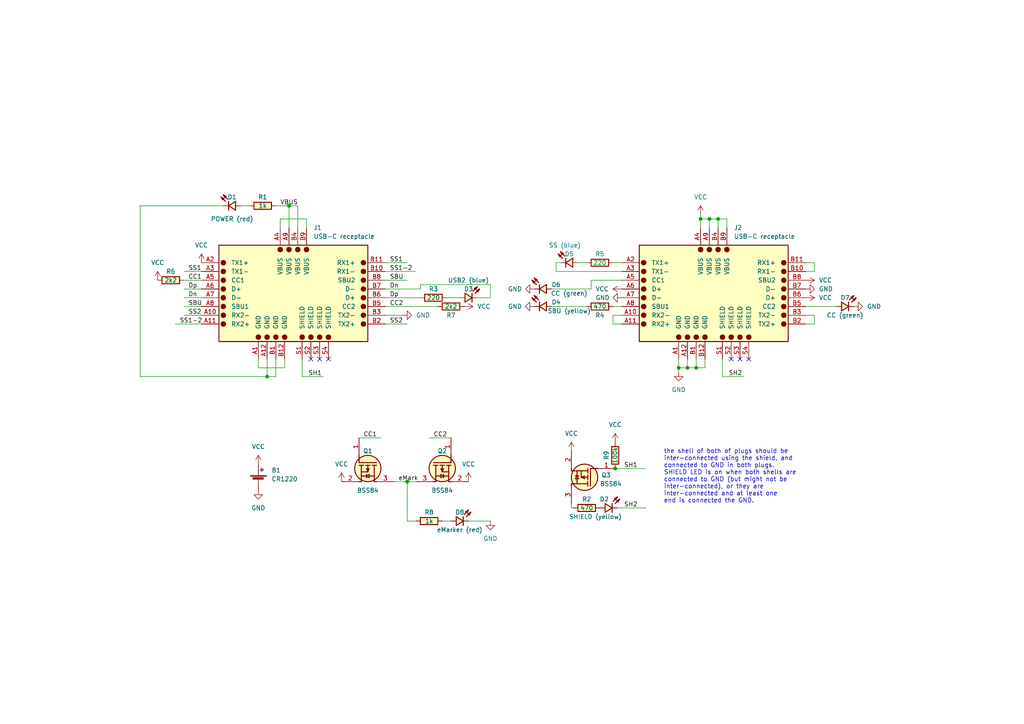
<source format=kicad_sch>
(kicad_sch (version 20211123) (generator eeschema)
  (paper "A4")
  (title_block (title "USB-C cable tester") (date "$date$") (rev "$version$.$revision$") (company "CuVoodoo") (comment 1 "King Kévin") (comment 2 "CERN-OHL-S"))
  (lib_symbols
    (symbol "Device:Battery_Cell" (pin_numbers hide) (pin_names (offset 0) hide)
      (property "Reference" "BT" (at 2.54 2.54 0))
      (property "Value" "Battery_Cell" (at 2.54 0 0))
      (symbol "Battery_Cell_0_1"
        (rectangle (start -2.286 1.778) (end 2.286 1.524) (fill (type outline)))
        (rectangle (start -1.5748 1.1938) (end 1.4732 0.6858) (fill (type outline)))
        (polyline (pts (xy 0 0.762) (xy 0 0)))
        (polyline (pts (xy 0 1.778) (xy 0 2.54)))
        (polyline (pts (xy 0.508 3.429) (xy 1.524 3.429)) (stroke (width 0.254)))
        (polyline (pts (xy 1.016 3.937) (xy 1.016 2.921)) (stroke (width 0.254)))
      )
      (symbol "Battery_Cell_1_1"
        (pin passive line (at 0 5.08 270) (length 2.54) (name "+") (number "1"))
        (pin passive line (at 0 -2.54 90) (length 2.54) (name "-") (number "2"))
      )
    )
    (symbol "mylib:BSS84" (pin_names (offset 1.016) hide)
      (property "Reference" "VT" (at 1.778 4.572 0))
      (property "Value" "BSS84" (at 1.778 -4.572 0))
      (symbol "BSS84_1_1"
        (polyline (pts (xy -3.81 -2.54) (xy -1.7018 -2.54)) (stroke (width 0.3048)))
        (polyline (pts (xy -1.7018 2.54) (xy -1.7018 -2.54)) (stroke (width 0.3048)))
        (polyline (pts (xy -0.9398 -1.8796) (xy 3.81 -1.8796)) (stroke (width 0.3048)))
        (polyline (pts (xy -0.9398 -1.2192) (xy -0.9398 -2.54)) (stroke (width 0.3048)))
        (polyline (pts (xy -0.9398 0) (xy 0.9652 0)) (stroke (width 0.3048)))
        (polyline (pts (xy -0.9398 0.6604) (xy -0.9398 -0.6604)) (stroke (width 0.3048)))
        (polyline (pts (xy -0.9398 1.8796) (xy 3.81 1.8796)) (stroke (width 0.3048)))
        (polyline (pts (xy -0.9398 2.54) (xy -0.9398 1.2192)) (stroke (width 0.3048)))
        (polyline (pts (xy 0.9652 0) (xy 0.9652 -1.8796)) (stroke (width 0.3048)))
        (polyline (pts (xy 1.7272 -0.4064) (xy 2.667 -0.4064)) (stroke (width 0.3048)))
        (polyline (pts (xy 2.1844 -0.4064) (xy 2.1844 -1.8796)) (stroke (width 0.3048)))
        (polyline (pts (xy 2.1844 1.8796) (xy 2.1844 0.4064)) (stroke (width 0.3048)))
        (polyline (pts (xy 3.81 -1.8796) (xy 3.81 -2.54)) (stroke (width 0.3048)))
        (polyline (pts (xy 3.81 1.8796) (xy 3.81 2.54)) (stroke (width 0.3048)))
        (polyline (pts (xy 0 0.381) (xy 0.9652 0) (xy 0 -0.381)) (stroke (width 0.3048)) (fill (type outline)))
        (polyline (pts (xy 1.7272 0.4064) (xy 2.667 0.4064) (xy 2.1844 -0.4064) (xy 1.7272 0.4064)) (stroke (width 0.3048)))
        (circle (center 0 0) (radius 3.81) (stroke (width 0.3048)) (fill (type background)))
        (pin input line (at -8.89 -2.54 0) (length 5.08) (name "G") (number "1"))
        (pin unspecified line (at 3.81 -7.62 90) (length 5.08) (name "S") (number "2"))
        (pin unspecified line (at 3.81 7.62 270) (length 5.08) (name "D") (number "3"))
      )
    )
    (symbol "mylib:LED0805" (pin_numbers hide) (pin_names (offset 1.016) hide)
      (property "Reference" "D" (at 0 2.032 0))
      (property "Value" "LED0805" (at 0 -2.032 0))
      (symbol "LED0805_1_1"
        (polyline (pts (xy 1.016 1.27) (xy 1.016 -1.27)) (stroke (width 0.3048)))
        (polyline (pts (xy 1.27 1.905) (xy 2.54 3.175)) (stroke (width 0.3048)))
        (polyline (pts (xy 1.905 1.27) (xy 3.175 2.54)) (stroke (width 0.3048)))
        (polyline (pts (xy -1.016 1.27) (xy 1.016 0) (xy -1.016 -1.27) (xy -1.016 1.27)) (stroke (width 0.3048)) (fill (type background)))
        (polyline (pts (xy 1.7272 2.7178) (xy 2.54 3.175) (xy 2.0828 2.3622) (xy 1.7272 2.7178)) (stroke (width 0.3048)) (fill (type outline)))
        (polyline (pts (xy 2.3622 2.0828) (xy 3.175 2.54) (xy 2.7178 1.7272) (xy 2.3622 2.0828)) (stroke (width 0.3048)) (fill (type outline)))
        (pin passive line (at 2.54 0 180) (length 1.524) (name "C") (number "1"))
        (pin passive line (at -2.54 0 0) (length 1.524) (name "A") (number "2"))
      )
    )
    (symbol "mylib:R0603" (pin_numbers hide) (pin_names (offset 1.016) hide)
      (property "Reference" "R" (at 0 1.778 0))
      (property "Value" "R0603" (at 0 -1.778 0))
      (symbol "R0603_1_1"
        (rectangle (start -2.54 1.016) (end 2.54 -1.016) (stroke (width 0.3048)) (fill (type background)))
        (pin passive line (at -3.81 0 0) (length 1.27) (name "L") (number "1"))
        (pin passive line (at 3.81 0 180) (length 1.27) (name "R") (number "2"))
      )
    )
    (symbol "mylib:XKB_U262-24XN-4BV64" (pin_names (offset 3.556))
      (property "Reference" "J" (at 0 0.762 0))
      (property "Value" "XKB_U262-24XN-4BV64" (at 32.512 -28.702 0))
      (symbol "XKB_U262-24XN-4BV64_1_1"
        (rectangle (start 0 0) (end 43.18 -27.94) (stroke (width 0.3048)) (fill (type background)))
        (circle (center 1.27 -22.86) (radius 0.635) (stroke (width 0.3048)) (fill (type outline)))
        (circle (center 1.27 -20.32) (radius 0.635) (stroke (width 0.3048)) (fill (type outline)))
        (circle (center 1.27 -17.78) (radius 0.635) (stroke (width 0.3048)) (fill (type outline)))
        (circle (center 1.27 -15.24) (radius 0.635) (stroke (width 0.3048)) (fill (type outline)))
        (circle (center 1.27 -12.7) (radius 0.635) (stroke (width 0.3048)) (fill (type outline)))
        (circle (center 1.27 -10.16) (radius 0.635) (stroke (width 0.3048)) (fill (type outline)))
        (circle (center 1.27 -7.62) (radius 0.635) (stroke (width 0.3048)) (fill (type outline)))
        (circle (center 1.27 -5.08) (radius 0.635) (stroke (width 0.3048)) (fill (type outline)))
        (circle (center 11.43 -26.67) (radius 0.635) (stroke (width 0.3048)) (fill (type outline)))
        (circle (center 13.97 -26.67) (radius 0.635) (stroke (width 0.3048)) (fill (type outline)))
        (circle (center 16.51 -26.67) (radius 0.635) (stroke (width 0.3048)) (fill (type outline)))
        (circle (center 17.78 -1.27) (radius 0.635) (stroke (width 0.3048)) (fill (type outline)))
        (circle (center 19.05 -26.67) (radius 0.635) (stroke (width 0.3048)) (fill (type outline)))
        (circle (center 20.32 -1.27) (radius 0.635) (stroke (width 0.3048)) (fill (type outline)))
        (circle (center 22.86 -1.27) (radius 0.635) (stroke (width 0.3048)) (fill (type outline)))
        (circle (center 24.13 -26.67) (radius 0.635) (stroke (width 0.3048)) (fill (type outline)))
        (circle (center 25.4 -1.27) (radius 0.635) (stroke (width 0.3048)) (fill (type outline)))
        (circle (center 26.67 -26.67) (radius 0.635) (stroke (width 0.3048)) (fill (type outline)))
        (circle (center 29.21 -26.67) (radius 0.635) (stroke (width 0.3048)) (fill (type outline)))
        (circle (center 31.75 -26.67) (radius 0.635) (stroke (width 0.3048)) (fill (type outline)))
        (circle (center 41.91 -22.86) (radius 0.635) (stroke (width 0.3048)) (fill (type outline)))
        (circle (center 41.91 -20.32) (radius 0.635) (stroke (width 0.3048)) (fill (type outline)))
        (circle (center 41.91 -17.78) (radius 0.635) (stroke (width 0.3048)) (fill (type outline)))
        (circle (center 41.91 -15.24) (radius 0.635) (stroke (width 0.3048)) (fill (type outline)))
        (circle (center 41.91 -12.7) (radius 0.635) (stroke (width 0.3048)) (fill (type outline)))
        (circle (center 41.91 -10.16) (radius 0.635) (stroke (width 0.3048)) (fill (type outline)))
        (circle (center 41.91 -7.62) (radius 0.635) (stroke (width 0.3048)) (fill (type outline)))
        (circle (center 41.91 -5.08) (radius 0.635) (stroke (width 0.3048)) (fill (type outline)))
        (pin power_in line (at 11.43 -33.02 90) (length 5.08) (name "GND") (number "A1"))
        (pin input line (at -5.08 -20.32 0) (length 5.08) (name "RX2-") (number "A10"))
        (pin input line (at -5.08 -22.86 0) (length 5.08) (name "RX2+") (number "A11"))
        (pin power_in line (at 13.97 -33.02 90) (length 5.08) (name "GND") (number "A12"))
        (pin output line (at -5.08 -5.08 0) (length 5.08) (name "TX1+") (number "A2"))
        (pin output line (at -5.08 -7.62 0) (length 5.08) (name "TX1-") (number "A3"))
        (pin power_in line (at 17.78 5.08 270) (length 5.08) (name "VBUS") (number "A4"))
        (pin bidirectional line (at -5.08 -10.16 0) (length 5.08) (name "CC1") (number "A5"))
        (pin bidirectional line (at -5.08 -12.7 0) (length 5.08) (name "D+") (number "A6"))
        (pin bidirectional line (at -5.08 -15.24 0) (length 5.08) (name "D-") (number "A7"))
        (pin bidirectional line (at -5.08 -17.78 0) (length 5.08) (name "SBU1") (number "A8"))
        (pin power_in line (at 20.32 5.08 270) (length 5.08) (name "VBUS") (number "A9"))
        (pin power_in line (at 16.51 -33.02 90) (length 5.08) (name "GND") (number "B1"))
        (pin input line (at 48.26 -7.62 180) (length 5.08) (name "RX1-") (number "B10"))
        (pin input line (at 48.26 -5.08 180) (length 5.08) (name "RX1+") (number "B11"))
        (pin power_in line (at 19.05 -33.02 90) (length 5.08) (name "GND") (number "B12"))
        (pin output line (at 48.26 -22.86 180) (length 5.08) (name "TX2+") (number "B2"))
        (pin output line (at 48.26 -20.32 180) (length 5.08) (name "TX2-") (number "B3"))
        (pin power_in line (at 22.86 5.08 270) (length 5.08) (name "VBUS") (number "B4"))
        (pin bidirectional line (at 48.26 -17.78 180) (length 5.08) (name "CC2") (number "B5"))
        (pin bidirectional line (at 48.26 -15.24 180) (length 5.08) (name "D+") (number "B6"))
        (pin bidirectional line (at 48.26 -12.7 180) (length 5.08) (name "D-") (number "B7"))
        (pin bidirectional line (at 48.26 -10.16 180) (length 5.08) (name "SBU2") (number "B8"))
        (pin power_in line (at 25.4 5.08 270) (length 5.08) (name "VBUS") (number "B9"))
        (pin passive line (at 24.13 -33.02 90) (length 5.08) (name "SHIELD") (number "S1"))
        (pin passive line (at 26.67 -33.02 90) (length 5.08) (name "SHIELD") (number "S2"))
        (pin passive line (at 29.21 -33.02 90) (length 5.08) (name "SHIELD") (number "S3"))
        (pin passive line (at 31.75 -33.02 90) (length 5.08) (name "SHIELD") (number "S4"))
      )
    )
    (symbol "power:GND" (power) (pin_names (offset 0))
      (property "Value" "GND" (at 0 -3.81 0))
      (symbol "GND_0_1"
        (polyline (pts (xy 0 0) (xy 0 -1.27) (xy 1.27 -1.27) (xy 0 -2.54) (xy -1.27 -1.27) (xy 0 -1.27)))
      )
      (symbol "GND_1_1"
        (pin power_in line (at 0 0 270) (length 0) hide (name "GND") (number "1"))
      )
    )
    (symbol "power:VCC" (power) (pin_names (offset 0))
      (property "Value" "VCC" (at 0 3.81 0))
      (symbol "VCC_0_1"
        (polyline (pts (xy -0.762 1.27) (xy 0 2.54)))
        (polyline (pts (xy 0 0) (xy 0 2.54)))
        (polyline (pts (xy 0 2.54) (xy 0.762 1.27)))
      )
      (symbol "VCC_1_1"
        (pin power_in line (at 0 0 90) (length 0) hide (name "VCC") (number "1"))
      )
    )
    (symbol "qeda:BSS84" (pin_names (offset 1.016) hide)
      (property "Reference" "VT" (at 1.778 4.572 0))
      (property "Value" "BSS84" (at 1.778 -4.572 0))
      (symbol "BSS84_1_1"
        (polyline (pts (xy -3.81 -2.54) (xy -1.7018 -2.54)) (stroke (width 0.3048)))
        (polyline (pts (xy -1.7018 2.54) (xy -1.7018 -2.54)) (stroke (width 0.3048)))
        (polyline (pts (xy -0.9398 -1.8796) (xy 3.81 -1.8796)) (stroke (width 0.3048)))
        (polyline (pts (xy -0.9398 -1.2192) (xy -0.9398 -2.54)) (stroke (width 0.3048)))
        (polyline (pts (xy -0.9398 0) (xy 0.9652 0)) (stroke (width 0.3048)))
        (polyline (pts (xy -0.9398 0.6604) (xy -0.9398 -0.6604)) (stroke (width 0.3048)))
        (polyline (pts (xy -0.9398 1.8796) (xy 3.81 1.8796)) (stroke (width 0.3048)))
        (polyline (pts (xy -0.9398 2.54) (xy -0.9398 1.2192)) (stroke (width 0.3048)))
        (polyline (pts (xy 0.9652 0) (xy 0.9652 -1.8796)) (stroke (width 0.3048)))
        (polyline (pts (xy 1.7272 -0.4064) (xy 2.667 -0.4064)) (stroke (width 0.3048)))
        (polyline (pts (xy 2.1844 -0.4064) (xy 2.1844 -1.8796)) (stroke (width 0.3048)))
        (polyline (pts (xy 2.1844 1.8796) (xy 2.1844 0.4064)) (stroke (width 0.3048)))
        (polyline (pts (xy 3.81 -1.8796) (xy 3.81 -2.54)) (stroke (width 0.3048)))
        (polyline (pts (xy 3.81 1.8796) (xy 3.81 2.54)) (stroke (width 0.3048)))
        (polyline (pts (xy 0 0.381) (xy 0.9652 0) (xy 0 -0.381)) (stroke (width 0.3048)) (fill (type outline)))
        (polyline (pts (xy 1.7272 0.4064) (xy 2.667 0.4064) (xy 2.1844 -0.4064) (xy 1.7272 0.4064)) (stroke (width 0.3048)))
        (circle (center 0 0) (radius 3.81) (stroke (width 0.3048)) (fill (type background)))
        (pin input line (at -8.89 -2.54 0) (length 5.08) (name "G") (number "1"))
        (pin unspecified line (at 3.81 -7.62 90) (length 5.08) (name "S") (number "2"))
        (pin unspecified line (at 3.81 7.62 270) (length 5.08) (name "D") (number "3"))
      )
    )
    (symbol "qeda:LED0805" (pin_numbers hide) (pin_names (offset 1.016) hide)
      (property "Reference" "D" (at 0 2.032 0))
      (property "Value" "LED0805" (at 0 -2.032 0))
      (symbol "LED0805_1_1"
        (polyline (pts (xy 1.016 1.27) (xy 1.016 -1.27)) (stroke (width 0.3048)))
        (polyline (pts (xy 1.27 1.905) (xy 2.54 3.175)) (stroke (width 0.3048)))
        (polyline (pts (xy 1.905 1.27) (xy 3.175 2.54)) (stroke (width 0.3048)))
        (polyline (pts (xy -1.016 1.27) (xy 1.016 0) (xy -1.016 -1.27) (xy -1.016 1.27)) (stroke (width 0.3048)) (fill (type background)))
        (polyline (pts (xy 1.7272 2.7178) (xy 2.54 3.175) (xy 2.0828 2.3622) (xy 1.7272 2.7178)) (stroke (width 0.3048)) (fill (type outline)))
        (polyline (pts (xy 2.3622 2.0828) (xy 3.175 2.54) (xy 2.7178 1.7272) (xy 2.3622 2.0828)) (stroke (width 0.3048)) (fill (type outline)))
        (pin passive line (at 2.54 0 180) (length 1.524) (name "C") (number "1"))
        (pin passive line (at -2.54 0 0) (length 1.524) (name "A") (number "2"))
      )
    )
    (symbol "qeda:R0603" (pin_numbers hide) (pin_names (offset 1.016) hide)
      (property "Reference" "R" (at 0 1.778 0))
      (property "Value" "R0603" (at 0 -1.778 0))
      (symbol "R0603_1_1"
        (rectangle (start -2.54 1.016) (end 2.54 -1.016) (stroke (width 0.3048)) (fill (type background)))
        (pin passive line (at -3.81 0 0) (length 1.27) (name "L") (number "1"))
        (pin passive line (at 3.81 0 180) (length 1.27) (name "R") (number "2"))
      )
    )
  )
  (junction (at 201.93 106.68))
  (junction (at 77.47 109.22))
  (junction (at 196.85 106.68))
  (junction (at 178.435 135.89))
  (junction (at 118.11 139.7))
  (junction (at 205.74 63.5))
  (junction (at 199.39 106.68))
  (junction (at 83.82 59.69))
  (junction (at 203.2 63.5))
  (junction (at 208.28 63.5))
  (no_connect (at 214.63 104.14))
  (no_connect (at 217.17 104.14))
  (no_connect (at 212.09 104.14))
  (no_connect (at 92.71 104.14))
  (no_connect (at 90.17 104.14))
  (no_connect (at 95.25 104.14))
  (wire (pts (xy 142.24 82.55) (xy 121.92 82.55)))
  (wire (pts (xy 128.27 151.13) (xy 130.81 151.13)))
  (wire (pts (xy 236.22 93.98) (xy 233.68 93.98)))
  (wire (pts (xy 80.01 104.14) (xy 80.01 109.22)))
  (wire (pts (xy 40.64 109.22) (xy 77.47 109.22)))
  (wire (pts (xy 196.85 106.68) (xy 199.39 106.68)))
  (wire (pts (xy 53.34 88.9) (xy 58.42 88.9)))
  (wire (pts (xy 171.45 81.28) (xy 171.45 83.82)))
  (wire (pts (xy 210.82 63.5) (xy 208.28 63.5)))
  (wire (pts (xy 135.89 151.13) (xy 142.24 151.13)))
  (wire (pts (xy 236.22 91.44) (xy 236.22 93.98)))
  (wire (pts (xy 118.11 139.7) (xy 118.11 151.13)))
  (wire (pts (xy 138.43 86.36) (xy 142.24 86.36)))
  (wire (pts (xy 236.22 76.2) (xy 236.22 78.74)))
  (wire (pts (xy 74.93 106.68) (xy 82.55 106.68)))
  (wire (pts (xy 111.76 76.2) (xy 118.11 76.2)))
  (wire (pts (xy 233.68 88.9) (xy 242.57 88.9)))
  (wire (pts (xy 86.36 66.04) (xy 86.36 59.69)))
  (wire (pts (xy 165.735 146.05) (xy 165.735 147.32)))
  (wire (pts (xy 162.56 76.2) (xy 161.29 76.2)))
  (wire (pts (xy 203.2 62.23) (xy 203.2 63.5)))
  (wire (pts (xy 88.9 63.5) (xy 88.9 66.04)))
  (wire (pts (xy 53.34 91.44) (xy 58.42 91.44)))
  (wire (pts (xy 50.8 93.98) (xy 58.42 93.98)))
  (wire (pts (xy 86.36 59.69) (xy 83.82 59.69)))
  (wire (pts (xy 118.11 139.7) (xy 120.65 139.7)))
  (wire (pts (xy 199.39 106.68) (xy 199.39 104.14)))
  (wire (pts (xy 40.64 59.69) (xy 40.64 109.22)))
  (wire (pts (xy 83.82 59.69) (xy 80.01 59.69)))
  (wire (pts (xy 81.28 63.5) (xy 88.9 63.5)))
  (wire (pts (xy 167.64 76.2) (xy 170.18 76.2)))
  (wire (pts (xy 80.01 109.22) (xy 77.47 109.22)))
  (wire (pts (xy 196.85 107.95) (xy 196.85 106.68)))
  (wire (pts (xy 114.3 139.7) (xy 118.11 139.7)))
  (wire (pts (xy 111.76 86.36) (xy 121.92 86.36)))
  (wire (pts (xy 177.8 93.98) (xy 180.34 93.98)))
  (wire (pts (xy 209.55 104.14) (xy 209.55 109.22)))
  (wire (pts (xy 171.45 83.82) (xy 160.02 83.82)))
  (wire (pts (xy 111.76 93.98) (xy 118.11 93.98)))
  (wire (pts (xy 208.28 66.04) (xy 208.28 63.5)))
  (wire (pts (xy 180.34 81.28) (xy 171.45 81.28)))
  (wire (pts (xy 129.54 86.36) (xy 133.35 86.36)))
  (wire (pts (xy 203.2 63.5) (xy 203.2 66.04)))
  (wire (pts (xy 64.77 59.69) (xy 40.64 59.69)))
  (wire (pts (xy 53.34 78.74) (xy 58.42 78.74)))
  (wire (pts (xy 196.85 106.68) (xy 196.85 104.14)))
  (wire (pts (xy 179.07 147.32) (xy 187.325 147.32)))
  (wire (pts (xy 233.68 91.44) (xy 236.22 91.44)))
  (wire (pts (xy 111.76 83.82) (xy 121.92 83.82)))
  (wire (pts (xy 82.55 104.14) (xy 82.55 106.68)))
  (wire (pts (xy 81.28 66.04) (xy 81.28 63.5)))
  (wire (pts (xy 201.93 106.68) (xy 201.93 104.14)))
  (wire (pts (xy 178.435 135.89) (xy 187.325 135.89)))
  (wire (pts (xy 142.24 86.36) (xy 142.24 82.55)))
  (wire (pts (xy 87.63 109.22) (xy 93.726 109.22)))
  (wire (pts (xy 104.14 127) (xy 110.49 127)))
  (wire (pts (xy 201.93 106.68) (xy 204.47 106.68)))
  (wire (pts (xy 53.34 86.36) (xy 58.42 86.36)))
  (wire (pts (xy 83.82 66.04) (xy 83.82 59.69)))
  (wire (pts (xy 199.39 106.68) (xy 201.93 106.68)))
  (wire (pts (xy 180.34 76.2) (xy 177.8 76.2)))
  (wire (pts (xy 204.47 106.68) (xy 204.47 104.14)))
  (wire (pts (xy 161.29 76.2) (xy 161.29 78.74)))
  (wire (pts (xy 180.34 78.74) (xy 161.29 78.74)))
  (wire (pts (xy 53.34 83.82) (xy 58.42 83.82)))
  (wire (pts (xy 121.92 82.55) (xy 121.92 83.82)))
  (wire (pts (xy 53.34 81.28) (xy 58.42 81.28)))
  (wire (pts (xy 160.02 88.9) (xy 170.18 88.9)))
  (wire (pts (xy 177.8 91.44) (xy 177.8 93.98)))
  (wire (pts (xy 165.735 147.32) (xy 166.37 147.32)))
  (wire (pts (xy 205.74 66.04) (xy 205.74 63.5)))
  (wire (pts (xy 111.76 88.9) (xy 127 88.9)))
  (wire (pts (xy 177.8 88.9) (xy 180.34 88.9)))
  (wire (pts (xy 124.46 127) (xy 130.81 127)))
  (wire (pts (xy 208.28 63.5) (xy 205.74 63.5)))
  (wire (pts (xy 209.55 109.22) (xy 215.646 109.22)))
  (wire (pts (xy 210.82 66.04) (xy 210.82 63.5)))
  (wire (pts (xy 87.63 104.14) (xy 87.63 109.22)))
  (wire (pts (xy 116.84 91.44) (xy 111.76 91.44)))
  (wire (pts (xy 180.34 91.44) (xy 177.8 91.44)))
  (wire (pts (xy 236.22 78.74) (xy 233.68 78.74)))
  (wire (pts (xy 233.68 76.2) (xy 236.22 76.2)))
  (wire (pts (xy 111.76 81.28) (xy 118.11 81.28)))
  (wire (pts (xy 69.85 59.69) (xy 72.39 59.69)))
  (wire (pts (xy 118.11 151.13) (xy 120.65 151.13)))
  (wire (pts (xy 74.93 104.14) (xy 74.93 106.68)))
  (wire (pts (xy 111.76 78.74) (xy 120.65 78.74)))
  (wire (pts (xy 77.47 109.22) (xy 77.47 104.14)))
  (wire (pts (xy 205.74 63.5) (xy 203.2 63.5)))
  (text "the shell of both of plugs should be\ninter-connected using the shield, and\nconnected to GND in both plugs.\nSHIELD LED is on when both shells are\nconnected to GND (but might not be\ninter-connected), or they are\ninter-connected and at least one\nend is connected the GND." (at 192.532 146.05 0) (effects (font (size 1.27 1.27)) (justify left bottom)))
  (label "CC2" (at 113.03 88.9 0))
  (label "CC2" (at 125.73 127 0))
  (label "SS2" (at 54.61 91.44 0))
  (label "SS1" (at 113.03 76.2 0))
  (label "SBU" (at 113.03 81.28 0))
  (label "SH1" (at 89.408 109.22 0))
  (label "Dp" (at 113.03 86.36 0))
  (label "SH1" (at 180.975 135.89 0))
  (label "Dn" (at 113.03 83.82 0))
  (label "CC1" (at 54.61 81.28 0))
  (label "SH2" (at 211.328 109.22 0))
  (label "SS2" (at 113.03 93.98 0))
  (label "SS1-2" (at 52.07 93.98 0))
  (label "VBUS" (at 81.28 59.69 0))
  (label "SS1-2" (at 113.03 78.74 0))
  (label "Dp" (at 54.61 83.82 0))
  (label "SBU" (at 54.61 88.9 0))
  (label "eMark" (at 115.57 139.7 0))
  (label "SS1" (at 54.61 78.74 0))
  (label "SH2" (at 180.975 147.32 0))
  (label "CC1" (at 105.41 127 0))
  (label "Dn" (at 54.61 86.36 0))
  (symbol (lib_id "mylib:R0603") (at 76.2 59.69 0) (unit 1)
    (property "Reference" "R1" (at 76.2 57.15 0))
    (property "Value" "1k" (at 76.2 59.69 0))
    (property "Footprint" "mylib:UC1608X55N" (effects hide))
    (property "LCSC" "C21190" (effects hide))
    (property "JLCPCB_CORRECTION" "0;0;90" (effects hide))
  )
  (symbol (lib_id "qeda:R0603") (at 178.435 132.08 90) (unit 1)
    (property "Reference" "R9" (at 175.895 132.08 0))
    (property "Value" "100k" (at 178.435 132.08 0))
    (property "Footprint" "mylib:UC1608X55N" (effects hide))
    (property "LCSC" "C25803" (effects hide))
    (property "JLCPCB_CORRECTION" "0;0;90" (effects hide))
  )
  (symbol (lib_id "mylib:R0603") (at 49.53 81.28 0) (unit 1)
    (property "Reference" "R6" (at 49.53 78.74 0))
    (property "Value" "2k2" (at 49.53 81.28 0))
    (property "Footprint" "mylib:UC1608X55N" (effects hide))
    (property "LCSC" "C4190" (effects hide))
    (property "JLCPCB_CORRECTION" "0;0;90" (effects hide))
  )
  (symbol (lib_id "mylib:LED0805") (at 165.1 76.2 0) (mirror y) (unit 1)
    (property "Reference" "D5" (at 165.1 73.66 0))
    (property "Value" "SS (blue)" (at 163.83 71.12 0))
    (property "Footprint" "mylib:LEDC2012X80N" (effects hide))
    (property "LCSC" "C205441" (effects hide))
    (property "JLCPCB_CORRECTION" "0;0;-90" (effects hide))
    (property "LCSC_OLD" "C2293" (effects hide))
  )
  (symbol (lib_id "mylib:BSS84") (at 106.68 135.89 270) (unit 1)
    (property "Reference" "Q1" (at 106.68 130.81 90))
    (property "Value" "BSS84" (at 106.68 142.24 90))
    (property "Footprint" "mylib:SOT95P237X112-3N" (effects hide))
    (property "Datasheet" "https://assets.nexperia.com/documents/data-sheet/BSS84.pdf" (effects hide))
    (property "LCSC" "C114481" (effects hide))
    (property "JLCPCB_CORRECTION" "0;0;180" (effects hide))
    (property "LCSC_OLD" "C8492" (effects hide))
  )
  (symbol (lib_id "qeda:R0603") (at 170.18 147.32 0) (unit 1)
    (property "Reference" "R2" (at 170.18 144.78 0))
    (property "Value" "470" (at 170.18 147.32 0))
    (property "Footprint" "mylib:UC1608X55N" (effects hide))
    (property "LCSC" "C23179" (effects hide))
    (property "JLCPCB_CORRECTION" "0;0;90" (effects hide))
  )
  (symbol (lib_id "mylib:R0603") (at 130.81 88.9 0) (unit 1)
    (property "Reference" "R7" (at 130.81 91.44 0))
    (property "Value" "2k2" (at 130.81 88.9 0))
    (property "Footprint" "mylib:UC1608X55N" (effects hide))
    (property "LCSC" "C4190" (effects hide))
    (property "JLCPCB_CORRECTION" "0;0;90" (effects hide))
  )
  (symbol (lib_id "power:GND") (at 233.68 83.82 90) (unit 1)
    (property "Reference" "#PWR0118" (effects hide))
    (property "Value" "GND" (at 237.49 83.8199 90) (effects (justify right)))
  )
  (symbol (lib_id "power:VCC") (at 165.735 130.81 0) (unit 1)
    (property "Reference" "#PWR0105" (effects hide))
    (property "Value" "VCC" (at 165.735 125.73 0))
  )
  (symbol (lib_id "qeda:BSS84") (at 169.545 138.43 180) (unit 1)
    (property "Reference" "Q3" (at 177.165 137.795 0) (effects (justify left)))
    (property "Value" "BSS84" (at 180.34 140.335 0) (effects (justify left)))
    (property "Footprint" "mylib:SOT95P237X112-3N" (effects hide))
    (property "Datasheet" "https://assets.nexperia.com/documents/data-sheet/BSS84.pdf" (effects hide))
    (property "LCSC" "C114481" (effects hide))
    (property "JLCPCB_CORRECTION" "0;0;180" (effects hide))
    (property "LCSC_OLD" "C8492" (effects hide))
  )
  (symbol (lib_id "power:GND") (at 196.85 107.95 0) (unit 1)
    (property "Reference" "#PWR0121" (effects hide))
    (property "Value" "GND" (at 196.85 113.03 0))
  )
  (symbol (lib_id "Device:Battery_Cell") (at 74.93 139.7 0) (unit 1)
    (property "Reference" "B1" (at 78.74 136.3979 0) (effects (justify left)))
    (property "Value" "CR1220" (at 78.74 138.9379 0) (effects (justify left)))
    (property "Footprint" "mylib:CONNECTOR_MY-1220-03" (effects hide))
    (property "Datasheet" "https://datasheet.lcsc.com/lcsc/2012181809_MYOUNG-MY-1220-03_C964818.pdf" (effects hide))
    (property "LCSC" "C964818" (effects hide))
    (property "JLCPCB_CORRECTION" "0;-1.1;0" (effects hide))
  )
  (symbol (lib_id "power:GND") (at 180.34 86.36 270) (mirror x) (unit 1)
    (property "Reference" "#PWR0108" (effects hide))
    (property "Value" "GND" (at 172.72 86.36 90) (effects (justify left)))
  )
  (symbol (lib_id "power:GND") (at 247.65 88.9 90) (unit 1)
    (property "Reference" "#PWR0120" (effects hide))
    (property "Value" "GND" (at 251.46 88.8999 90) (effects (justify right)))
  )
  (symbol (lib_id "power:GND") (at 116.84 91.44 90) (unit 1)
    (property "Reference" "#PWR0104" (effects hide))
    (property "Value" "GND" (at 120.65 91.4399 90) (effects (justify right)))
  )
  (symbol (lib_id "mylib:XKB_U262-24XN-4BV64") (at 185.42 71.12 0) (unit 1)
    (property "Reference" "J2" (at 212.8394 66.04 0) (effects (justify left)))
    (property "Value" "USB-C receptacle" (at 212.8394 68.58 0) (effects (justify left)))
    (property "Footprint" "mylib:CONNECTOR_XKB_U262-24XN-4BV64" (effects hide))
    (property "Datasheet" "http://www.helloxkb.com/public/images/pdf/U262-24XN-4BV64.pdf" (effects hide))
    (property "LCSC" "C388660" (effects hide))
    (property "JLCPCB_CORRECTION" "0;-1.3;180" (effects hide))
  )
  (symbol (lib_id "mylib:LED0805") (at 157.48 88.9 0) (mirror y) (unit 1)
    (property "Reference" "D4" (at 161.29 87.63 0))
    (property "Value" "SBU (yellow)" (at 165.1 90.17 0))
    (property "Footprint" "mylib:LEDC2012X80N" (effects hide))
    (property "LCSC" "C2296" (effects hide))
    (property "JLCPCB_CORRECTION" "0;0;-90" (effects hide))
  )
  (symbol (lib_id "mylib:XKB_U262-24XN-4BV64") (at 63.5 71.12 0) (unit 1)
    (property "Reference" "J1" (at 90.9194 66.04 0) (effects (justify left)))
    (property "Value" "USB-C receptacle" (at 90.9194 68.58 0) (effects (justify left)))
    (property "Footprint" "mylib:CONNECTOR_XKB_U262-24XN-4BV64" (effects hide))
    (property "Datasheet" "http://www.helloxkb.com/public/images/pdf/U262-24XN-4BV64.pdf" (effects hide))
    (property "LCSC" "C388660" (effects hide))
    (property "JLCPCB_CORRECTION" "0;-1.3;180" (effects hide))
  )
  (symbol (lib_id "power:VCC") (at 58.42 76.2 0) (unit 1)
    (property "Reference" "#PWR0101" (effects hide))
    (property "Value" "VCC" (at 58.42 71.12 0))
  )
  (symbol (lib_id "mylib:LED0805") (at 157.48 83.82 0) (mirror y) (unit 1)
    (property "Reference" "D6" (at 161.29 82.55 0))
    (property "Value" "CC (green)" (at 165.1 85.09 0))
    (property "Footprint" "mylib:LEDC2012X80N" (effects hide))
    (property "LCSC" "C2297" (effects hide))
    (property "JLCPCB_CORRECTION" "0;0;-90" (effects hide))
  )
  (symbol (lib_id "power:VCC") (at 134.62 88.9 270) (unit 1)
    (property "Reference" "#PWR0103" (effects hide))
    (property "Value" "VCC" (at 138.43 88.8999 90) (effects (justify left)))
  )
  (symbol (lib_id "power:VCC") (at 203.2 62.23 0) (unit 1)
    (property "Reference" "#PWR0115" (effects hide))
    (property "Value" "VCC" (at 203.2 57.15 0))
  )
  (symbol (lib_id "mylib:LED0805") (at 135.89 86.36 0) (unit 1)
    (property "Reference" "D3" (at 135.89 83.82 0))
    (property "Value" "USB2 (blue)" (at 135.89 81.28 0))
    (property "Footprint" "mylib:LEDC2012X80N" (effects hide))
    (property "LCSC" "C205441" (effects hide))
    (property "JLCPCB_CORRECTION" "0;0;-90" (effects hide))
    (property "LCSC_OLD" "C2293" (effects hide))
  )
  (symbol (lib_id "power:VCC") (at 99.06 139.7 0) (unit 1)
    (property "Reference" "#PWR0110" (effects hide))
    (property "Value" "VCC" (at 99.06 134.62 0))
  )
  (symbol (lib_id "power:VCC") (at 45.72 81.28 0) (unit 1)
    (property "Reference" "#PWR0102" (effects hide))
    (property "Value" "VCC" (at 45.72 76.2 0))
  )
  (symbol (lib_id "power:VCC") (at 178.435 128.27 0) (unit 1)
    (property "Reference" "#PWR0113" (effects hide))
    (property "Value" "VCC" (at 178.435 123.19 0))
  )
  (symbol (lib_id "power:VCC") (at 233.68 86.36 270) (unit 1)
    (property "Reference" "#PWR0119" (effects hide))
    (property "Value" "VCC" (at 237.49 86.3599 90) (effects (justify left)))
  )
  (symbol (lib_id "mylib:LED0805") (at 133.35 151.13 0) (unit 1)
    (property "Reference" "D8" (at 133.35 148.59 0))
    (property "Value" "eMarker (red)" (at 133.35 153.67 0))
    (property "Footprint" "mylib:LEDC2012X80N" (effects hide))
    (property "LCSC" "C84256" (effects hide))
    (property "JLCPCB_CORRECTION" "0;0;-90" (effects hide))
  )
  (symbol (lib_id "power:GND") (at 74.93 142.24 0) (unit 1)
    (property "Reference" "#PWR0122" (effects hide))
    (property "Value" "GND" (at 74.93 147.32 0))
  )
  (symbol (lib_id "power:GND") (at 154.94 88.9 270) (mirror x) (unit 1)
    (property "Reference" "#PWR0106" (effects hide))
    (property "Value" "GND" (at 147.32 88.9 90) (effects (justify left)))
  )
  (symbol (lib_id "qeda:LED0805") (at 176.53 147.32 0) (unit 1)
    (property "Reference" "D2" (at 175.26 144.78 0))
    (property "Value" "SHIELD (yellow)" (at 172.72 149.86 0))
    (property "Footprint" "qeda:LEDC2012X80N" (effects hide))
    (property "LCSC" "C2296" (effects hide))
    (property "JLCPCB_CORRECTION" "0;0;-90" (effects hide))
  )
  (symbol (lib_id "mylib:R0603") (at 173.99 76.2 0) (unit 1)
    (property "Reference" "R5" (at 173.99 73.66 0))
    (property "Value" "220" (at 173.99 76.2 0))
    (property "Footprint" "mylib:UC1608X55N" (effects hide))
    (property "LCSC" "C22962" (effects hide))
    (property "JLCPCB_CORRECTION" "0;0;90" (effects hide))
  )
  (symbol (lib_id "mylib:R0603") (at 124.46 151.13 0) (unit 1)
    (property "Reference" "R8" (at 124.46 148.59 0))
    (property "Value" "1k" (at 124.46 151.13 0))
    (property "Footprint" "mylib:UC1608X55N" (effects hide))
    (property "LCSC" "C21190" (effects hide))
    (property "JLCPCB_CORRECTION" "0;0;90" (effects hide))
  )
  (symbol (lib_id "power:VCC") (at 233.68 81.28 270) (unit 1)
    (property "Reference" "#PWR0117" (effects hide))
    (property "Value" "VCC" (at 237.49 81.2799 90) (effects (justify left)))
  )
  (symbol (lib_id "mylib:LED0805") (at 67.31 59.69 0) (mirror y) (unit 1)
    (property "Reference" "D1" (at 67.31 57.15 0))
    (property "Value" "POWER (red)" (at 67.31 63.5 0))
    (property "Footprint" "mylib:LEDC2012X80N" (effects hide))
    (property "LCSC" "C84256" (effects hide))
    (property "JLCPCB_CORRECTION" "0;0;-90" (effects hide))
  )
  (symbol (lib_id "power:GND") (at 154.94 83.82 270) (mirror x) (unit 1)
    (property "Reference" "#PWR0107" (effects hide))
    (property "Value" "GND" (at 147.32 83.82 90) (effects (justify left)))
  )
  (symbol (lib_id "mylib:R0603") (at 125.73 86.36 0) (unit 1)
    (property "Reference" "R3" (at 125.73 83.82 0))
    (property "Value" "220" (at 125.73 86.36 0))
    (property "Footprint" "mylib:UC1608X55N" (effects hide))
    (property "LCSC" "C22962" (effects hide))
    (property "JLCPCB_CORRECTION" "0;0;90" (effects hide))
  )
  (symbol (lib_id "mylib:BSS84") (at 128.27 135.89 90) (mirror x) (unit 1)
    (property "Reference" "Q2" (at 128.27 130.81 90))
    (property "Value" "BSS84" (at 128.27 142.24 90))
    (property "Footprint" "mylib:SOT95P237X112-3N" (effects hide))
    (property "Datasheet" "https://assets.nexperia.com/documents/data-sheet/BSS84.pdf" (effects hide))
    (property "LCSC" "C114481" (effects hide))
    (property "JLCPCB_CORRECTION" "0;0;180" (effects hide))
    (property "LCSC_OLD" "C8492" (effects hide))
  )
  (symbol (lib_id "power:VCC") (at 74.93 134.62 0) (unit 1)
    (property "Reference" "#PWR0123" (effects hide))
    (property "Value" "VCC" (at 74.93 129.54 0))
  )
  (symbol (lib_id "mylib:R0603") (at 173.99 88.9 0) (unit 1)
    (property "Reference" "R4" (at 173.99 91.44 0))
    (property "Value" "470" (at 173.99 88.9 0))
    (property "Footprint" "mylib:UC1608X55N" (effects hide))
    (property "LCSC" "C23179" (effects hide))
    (property "JLCPCB_CORRECTION" "0;0;90" (effects hide))
  )
  (symbol (lib_id "power:VCC") (at 135.89 139.7 0) (unit 1)
    (property "Reference" "#PWR0112" (effects hide))
    (property "Value" "VCC" (at 135.89 134.62 0))
  )
  (symbol (lib_id "power:GND") (at 142.24 151.13 0) (unit 1)
    (property "Reference" "#PWR0111" (effects hide))
    (property "Value" "GND" (at 142.24 156.21 0))
  )
  (symbol (lib_id "mylib:LED0805") (at 245.11 88.9 0) (unit 1)
    (property "Reference" "D7" (at 245.11 86.36 0))
    (property "Value" "CC (green)" (at 245.11 91.44 0))
    (property "Footprint" "mylib:LEDC2012X80N" (effects hide))
    (property "LCSC" "C2297" (effects hide))
    (property "JLCPCB_CORRECTION" "0;0;-90" (effects hide))
  )
  (symbol (lib_id "power:VCC") (at 180.34 83.82 90) (unit 1)
    (property "Reference" "#PWR0109" (effects hide))
    (property "Value" "VCC" (at 172.72 83.82 90) (effects (justify right)))
  )
)
</source>
